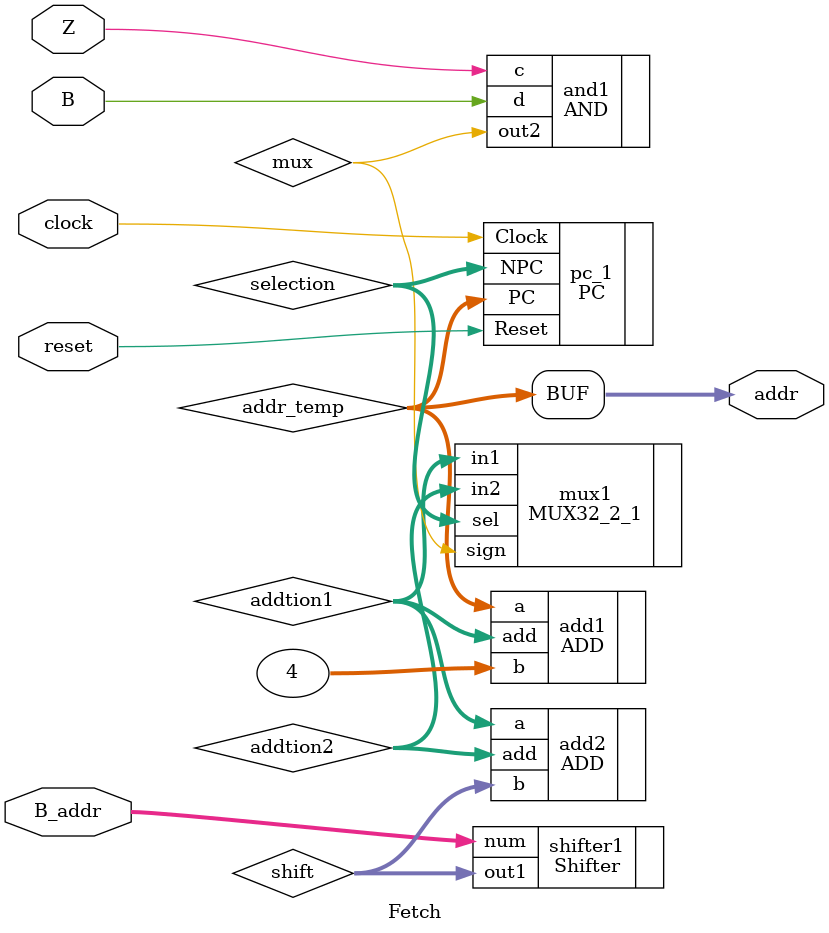
<source format=v>
`timescale 1ns / 1ps
module Fetch(clock,reset,B_addr,Z,B,addr);

	input clock;
	input reset;
	input [31:0] B_addr; 
	input Z;
	input B;
	output [31:0] addr;
	
	wire [31:0] shift;
	wire [31:0] addr_temp;
	wire [31:0] addtion1;
	wire [31:0] addtion2;
	wire [31:0] selection;
	wire mux;
	
	PC pc_1(.NPC(selection),.Reset(reset),.Clock(clock),.PC(addr_temp));
	AND and1(.c(Z),.d(B),.out2(mux));
	Shifter shifter1(.num(B_addr),.out1(shift));
	ADD add1(.a(addr_temp),.b(32'h00000004),.add(addtion1));
	ADD add2(.a(addtion1),.b(shift),.add(addtion2));
	MUX32_2_1 mux1(.in1(addtion1),.in2(addtion2),.sign(mux),.sel(selection));
	assign addr=addr_temp;
endmodule

</source>
